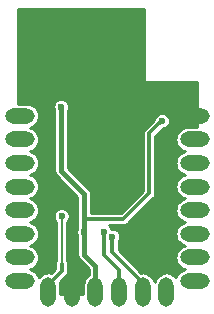
<source format=gbr>
%TF.GenerationSoftware,KiCad,Pcbnew,(5.1.6)-1*%
%TF.CreationDate,2021-01-29T18:20:15+05:30*%
%TF.ProjectId,Bluetooth_Module,426c7565-746f-46f7-9468-5f4d6f64756c,rev?*%
%TF.SameCoordinates,Original*%
%TF.FileFunction,Copper,L2,Bot*%
%TF.FilePolarity,Positive*%
%FSLAX46Y46*%
G04 Gerber Fmt 4.6, Leading zero omitted, Abs format (unit mm)*
G04 Created by KiCad (PCBNEW (5.1.6)-1) date 2021-01-29 18:20:15*
%MOMM*%
%LPD*%
G01*
G04 APERTURE LIST*
%TA.AperFunction,SMDPad,CuDef*%
%ADD10O,2.500000X1.300000*%
%TD*%
%TA.AperFunction,ComponentPad*%
%ADD11C,1.300000*%
%TD*%
%TA.AperFunction,SMDPad,CuDef*%
%ADD12O,1.300000X2.500000*%
%TD*%
%TA.AperFunction,ViaPad*%
%ADD13C,0.600000*%
%TD*%
%TA.AperFunction,Conductor*%
%ADD14C,0.400000*%
%TD*%
%TA.AperFunction,Conductor*%
%ADD15C,0.300000*%
%TD*%
%TA.AperFunction,Conductor*%
%ADD16C,0.200000*%
%TD*%
%TA.AperFunction,Conductor*%
%ADD17C,0.254000*%
%TD*%
G04 APERTURE END LIST*
D10*
%TO.P,J12,1*%
%TO.N,PB00*%
X100600000Y-86500000D03*
D11*
X100000000Y-86500000D03*
%TD*%
D12*
%TO.P,J1,1*%
%TO.N,PA06*%
X103000000Y-99400000D03*
D11*
X103000000Y-100000000D03*
%TD*%
D10*
%TO.P,J2,1*%
%TO.N,PA05*%
X100600000Y-98500000D03*
D11*
X100000000Y-98500000D03*
%TD*%
D10*
%TO.P,J3,1*%
%TO.N,PA04*%
X100600000Y-96500000D03*
D11*
X100000000Y-96500000D03*
%TD*%
D10*
%TO.P,J4,1*%
%TO.N,PA03*%
X100600000Y-94500000D03*
D11*
X100000000Y-94500000D03*
%TD*%
D10*
%TO.P,J5,1*%
%TO.N,PA02*%
X100600000Y-92500000D03*
D11*
X100000000Y-92500000D03*
%TD*%
D10*
%TO.P,J6,1*%
%TO.N,PA01*%
X100600000Y-90500000D03*
D11*
X100000000Y-90500000D03*
%TD*%
D10*
%TO.P,J7,1*%
%TO.N,PA00*%
X100600000Y-88500000D03*
D11*
X100000000Y-88500000D03*
%TD*%
D12*
%TO.P,J8,1*%
%TO.N,+3V3*%
X107000000Y-99400000D03*
D11*
X107000000Y-100000000D03*
%TD*%
D12*
%TO.P,J9,1*%
%TO.N,PD02*%
X113000000Y-99400000D03*
D11*
X113000000Y-100000000D03*
%TD*%
D12*
%TO.P,J10,1*%
%TO.N,PD03*%
X111000000Y-99400000D03*
D11*
X111000000Y-100000000D03*
%TD*%
D12*
%TO.P,J11,1*%
%TO.N,PD04*%
X109000000Y-99400000D03*
D11*
X109000000Y-100000000D03*
%TD*%
D10*
%TO.P,J14,1*%
%TO.N,GND*%
X115400000Y-84500000D03*
D11*
X116000000Y-84500000D03*
%TD*%
D10*
%TO.P,J15,1*%
%TO.N,PC05*%
X115400000Y-88500000D03*
D11*
X116000000Y-88500000D03*
%TD*%
D10*
%TO.P,J16,1*%
%TO.N,PC04*%
X115400000Y-90500000D03*
D11*
X116000000Y-90500000D03*
%TD*%
D10*
%TO.P,J17,1*%
%TO.N,PC03*%
X115400000Y-92500000D03*
D11*
X116000000Y-92500000D03*
%TD*%
D10*
%TO.P,J18,1*%
%TO.N,PC02*%
X115400000Y-94500000D03*
D11*
X116000000Y-94500000D03*
%TD*%
D10*
%TO.P,J19,1*%
%TO.N,PC01*%
X115400000Y-96500000D03*
D11*
X116000000Y-96500000D03*
%TD*%
D10*
%TO.P,J20,1*%
%TO.N,PC00*%
X115400000Y-98500000D03*
D11*
X116000000Y-98500000D03*
%TD*%
D10*
%TO.P,J21,1*%
%TO.N,RST*%
X115400000Y-86500000D03*
D11*
X116000000Y-86500000D03*
%TD*%
D12*
%TO.P,J22,1*%
%TO.N,GND*%
X105000000Y-99400000D03*
D11*
X105000000Y-100000000D03*
%TD*%
D10*
%TO.P,J13,1*%
%TO.N,PB01*%
X100600000Y-84500000D03*
D11*
X100000000Y-84500000D03*
%TD*%
D13*
%TO.N,GND*%
X107600000Y-90550000D03*
X110700000Y-88150000D03*
X113200000Y-89550000D03*
X108500000Y-89650000D03*
X106625000Y-89650000D03*
X106900000Y-80000000D03*
X106900000Y-81270000D03*
X106900000Y-82540000D03*
X106900000Y-85080000D03*
X108800000Y-82000000D03*
X108800000Y-83270000D03*
X108800000Y-84540000D03*
X106000000Y-79250000D03*
X104850000Y-78900000D03*
X104800000Y-77150000D03*
X106300000Y-77400000D03*
X108800000Y-77500000D03*
X109950000Y-77150000D03*
X109950000Y-79050000D03*
X108750000Y-80000000D03*
X104000000Y-79950000D03*
X104050000Y-75850000D03*
X114020000Y-81950000D03*
X115290000Y-81949999D03*
X112690000Y-81949999D03*
X110749999Y-79910000D03*
X110750000Y-81180000D03*
X105320000Y-75850000D03*
X106590000Y-75850000D03*
X107860000Y-75850000D03*
X109130000Y-75850000D03*
X110400000Y-75850000D03*
X105050006Y-82700000D03*
X103500000Y-96075000D03*
X110225000Y-96300000D03*
X110950000Y-97225000D03*
X106000000Y-98175000D03*
%TO.N,+3V3*%
X106050000Y-94350000D03*
X104100000Y-83725000D03*
X112625000Y-84925000D03*
%TO.N,PA06*%
X104125010Y-93000000D03*
%TO.N,PD03*%
X108425000Y-94725000D03*
%TO.N,PD04*%
X107700000Y-94300000D03*
%TD*%
D14*
%TO.N,+3V3*%
X106050000Y-94350000D02*
X106050000Y-93250000D01*
D15*
X112325001Y-85224999D02*
X112625000Y-84925000D01*
X111550000Y-86000000D02*
X112325001Y-85224999D01*
X111550000Y-91050000D02*
X111550000Y-86000000D01*
X106050000Y-93250000D02*
X109350000Y-93250000D01*
X109350000Y-93250000D02*
X111550000Y-91050000D01*
D14*
X106050000Y-94350000D02*
X106050000Y-96275000D01*
X107000000Y-97225000D02*
X107000000Y-99400000D01*
X106050000Y-96275000D02*
X107000000Y-97225000D01*
X104100000Y-84149264D02*
X104100000Y-83725000D01*
X104100000Y-89150000D02*
X104100000Y-84149264D01*
X106050000Y-93250000D02*
X106050000Y-91100000D01*
X106050000Y-91100000D02*
X104100000Y-89150000D01*
D15*
%TO.N,PA06*%
X103000000Y-98800000D02*
X103000000Y-99400000D01*
X104125010Y-97024990D02*
X104125010Y-97674990D01*
X104125010Y-97674990D02*
X103000000Y-98800000D01*
D16*
X104125010Y-97024990D02*
X104125010Y-93000000D01*
D15*
%TO.N,PD03*%
X108425000Y-94725000D02*
X108425000Y-96075000D01*
X111000000Y-98650000D02*
X111000000Y-99400000D01*
X108425000Y-96075000D02*
X111000000Y-98650000D01*
%TO.N,PD04*%
X107700000Y-94300000D02*
X107700000Y-96250000D01*
X109000000Y-97550000D02*
X109000000Y-99400000D01*
X107700000Y-96250000D02*
X109000000Y-97550000D01*
%TO.N,PB01*%
X100600000Y-84500000D02*
X100410010Y-84500000D01*
%TD*%
D17*
%TO.N,GND*%
G36*
X111073000Y-81500000D02*
G01*
X111075440Y-81524776D01*
X111082667Y-81548601D01*
X111094403Y-81570557D01*
X111110197Y-81589803D01*
X111129443Y-81605597D01*
X111151399Y-81617333D01*
X111175224Y-81624560D01*
X111200000Y-81627000D01*
X115563000Y-81627000D01*
X115563000Y-85473000D01*
X114749549Y-85473000D01*
X114598673Y-85487860D01*
X114405083Y-85546585D01*
X114226669Y-85641949D01*
X114070288Y-85770288D01*
X113941949Y-85926669D01*
X113846585Y-86105083D01*
X113787860Y-86298673D01*
X113768031Y-86500000D01*
X113787860Y-86701327D01*
X113846585Y-86894917D01*
X113941949Y-87073331D01*
X114070288Y-87229712D01*
X114226669Y-87358051D01*
X114405083Y-87453415D01*
X114558653Y-87500000D01*
X114405083Y-87546585D01*
X114226669Y-87641949D01*
X114070288Y-87770288D01*
X113941949Y-87926669D01*
X113846585Y-88105083D01*
X113787860Y-88298673D01*
X113768031Y-88500000D01*
X113787860Y-88701327D01*
X113846585Y-88894917D01*
X113941949Y-89073331D01*
X114070288Y-89229712D01*
X114226669Y-89358051D01*
X114405083Y-89453415D01*
X114558653Y-89500000D01*
X114405083Y-89546585D01*
X114226669Y-89641949D01*
X114070288Y-89770288D01*
X113941949Y-89926669D01*
X113846585Y-90105083D01*
X113787860Y-90298673D01*
X113768031Y-90500000D01*
X113787860Y-90701327D01*
X113846585Y-90894917D01*
X113941949Y-91073331D01*
X114070288Y-91229712D01*
X114226669Y-91358051D01*
X114405083Y-91453415D01*
X114558653Y-91500000D01*
X114405083Y-91546585D01*
X114226669Y-91641949D01*
X114070288Y-91770288D01*
X113941949Y-91926669D01*
X113846585Y-92105083D01*
X113787860Y-92298673D01*
X113768031Y-92500000D01*
X113787860Y-92701327D01*
X113846585Y-92894917D01*
X113941949Y-93073331D01*
X114070288Y-93229712D01*
X114226669Y-93358051D01*
X114405083Y-93453415D01*
X114558653Y-93500000D01*
X114405083Y-93546585D01*
X114226669Y-93641949D01*
X114070288Y-93770288D01*
X113941949Y-93926669D01*
X113846585Y-94105083D01*
X113787860Y-94298673D01*
X113768031Y-94500000D01*
X113787860Y-94701327D01*
X113846585Y-94894917D01*
X113941949Y-95073331D01*
X114070288Y-95229712D01*
X114226669Y-95358051D01*
X114405083Y-95453415D01*
X114558653Y-95500000D01*
X114405083Y-95546585D01*
X114226669Y-95641949D01*
X114070288Y-95770288D01*
X113941949Y-95926669D01*
X113846585Y-96105083D01*
X113787860Y-96298673D01*
X113768031Y-96500000D01*
X113787860Y-96701327D01*
X113846585Y-96894917D01*
X113941949Y-97073331D01*
X114070288Y-97229712D01*
X114226669Y-97358051D01*
X114405083Y-97453415D01*
X114558653Y-97500000D01*
X114405083Y-97546585D01*
X114226669Y-97641949D01*
X114070288Y-97770288D01*
X113941949Y-97926669D01*
X113846585Y-98105083D01*
X113822750Y-98183655D01*
X113729712Y-98070288D01*
X113573331Y-97941949D01*
X113394917Y-97846585D01*
X113201327Y-97787860D01*
X113000000Y-97768031D01*
X112798674Y-97787860D01*
X112605084Y-97846585D01*
X112426670Y-97941949D01*
X112270289Y-98070288D01*
X112141950Y-98226669D01*
X112046586Y-98405083D01*
X112000001Y-98558655D01*
X111953415Y-98405083D01*
X111858051Y-98226669D01*
X111729712Y-98070288D01*
X111573331Y-97941949D01*
X111394917Y-97846585D01*
X111201327Y-97787860D01*
X111000000Y-97768031D01*
X110875576Y-97780286D01*
X108952000Y-95856711D01*
X108952000Y-95154857D01*
X109024950Y-95045680D01*
X109075984Y-94922474D01*
X109102000Y-94791679D01*
X109102000Y-94658321D01*
X109075984Y-94527526D01*
X109024950Y-94404320D01*
X108950860Y-94293437D01*
X108856563Y-94199140D01*
X108745680Y-94125050D01*
X108622474Y-94074016D01*
X108491679Y-94048000D01*
X108358321Y-94048000D01*
X108330676Y-94053499D01*
X108299950Y-93979320D01*
X108225860Y-93868437D01*
X108134423Y-93777000D01*
X109324119Y-93777000D01*
X109350000Y-93779549D01*
X109375881Y-93777000D01*
X109453310Y-93769374D01*
X109552650Y-93739239D01*
X109644202Y-93690304D01*
X109724448Y-93624448D01*
X109740955Y-93604334D01*
X111904344Y-91440946D01*
X111924448Y-91424448D01*
X111990304Y-91344202D01*
X112039239Y-91252650D01*
X112069374Y-91153310D01*
X112077000Y-91075881D01*
X112077000Y-91075880D01*
X112079549Y-91050000D01*
X112077000Y-91024119D01*
X112077000Y-86218289D01*
X112693690Y-85601600D01*
X112822474Y-85575984D01*
X112945680Y-85524950D01*
X113056563Y-85450860D01*
X113150860Y-85356563D01*
X113224950Y-85245680D01*
X113275984Y-85122474D01*
X113302000Y-84991679D01*
X113302000Y-84858321D01*
X113275984Y-84727526D01*
X113224950Y-84604320D01*
X113150860Y-84493437D01*
X113056563Y-84399140D01*
X112945680Y-84325050D01*
X112822474Y-84274016D01*
X112691679Y-84248000D01*
X112558321Y-84248000D01*
X112427526Y-84274016D01*
X112304320Y-84325050D01*
X112193437Y-84399140D01*
X112099140Y-84493437D01*
X112025050Y-84604320D01*
X111974016Y-84727526D01*
X111948400Y-84856310D01*
X111195662Y-85609049D01*
X111175553Y-85625552D01*
X111118061Y-85695606D01*
X111109696Y-85705799D01*
X111060761Y-85797351D01*
X111030626Y-85896691D01*
X111020451Y-86000000D01*
X111023001Y-86025891D01*
X111023000Y-90831709D01*
X109131711Y-92723000D01*
X106627000Y-92723000D01*
X106627000Y-91128328D01*
X106629790Y-91099999D01*
X106627000Y-91071670D01*
X106627000Y-91071664D01*
X106618650Y-90986888D01*
X106585657Y-90878124D01*
X106532079Y-90777885D01*
X106459974Y-90690026D01*
X106437962Y-90671961D01*
X104677000Y-88910999D01*
X104677000Y-84080027D01*
X104699950Y-84045680D01*
X104750984Y-83922474D01*
X104777000Y-83791679D01*
X104777000Y-83658321D01*
X104750984Y-83527526D01*
X104699950Y-83404320D01*
X104625860Y-83293437D01*
X104531563Y-83199140D01*
X104420680Y-83125050D01*
X104297474Y-83074016D01*
X104166679Y-83048000D01*
X104033321Y-83048000D01*
X103902526Y-83074016D01*
X103779320Y-83125050D01*
X103668437Y-83199140D01*
X103574140Y-83293437D01*
X103500050Y-83404320D01*
X103449016Y-83527526D01*
X103423000Y-83658321D01*
X103423000Y-83791679D01*
X103449016Y-83922474D01*
X103500050Y-84045680D01*
X103523000Y-84080027D01*
X103523000Y-84177599D01*
X103523001Y-84177609D01*
X103523000Y-89121669D01*
X103520210Y-89150000D01*
X103531349Y-89263111D01*
X103541849Y-89297723D01*
X103564343Y-89371875D01*
X103617921Y-89472114D01*
X103690026Y-89559974D01*
X103712038Y-89578039D01*
X105473001Y-91339002D01*
X105473000Y-93278335D01*
X105473001Y-93278345D01*
X105473000Y-93994973D01*
X105450050Y-94029320D01*
X105399016Y-94152526D01*
X105373000Y-94283321D01*
X105373000Y-94416679D01*
X105399016Y-94547474D01*
X105450050Y-94670680D01*
X105473000Y-94705027D01*
X105473001Y-96246659D01*
X105470210Y-96275000D01*
X105481349Y-96388111D01*
X105500928Y-96452650D01*
X105514344Y-96496876D01*
X105567922Y-96597115D01*
X105590354Y-96624448D01*
X105621963Y-96662964D01*
X105621966Y-96662967D01*
X105640027Y-96684974D01*
X105662034Y-96703035D01*
X106423000Y-97464001D01*
X106423000Y-97944961D01*
X106270289Y-98070288D01*
X106141950Y-98226669D01*
X106046586Y-98405083D01*
X105987861Y-98598673D01*
X105973001Y-98749549D01*
X105973000Y-99563000D01*
X104027000Y-99563000D01*
X104027000Y-98749549D01*
X104012140Y-98598673D01*
X103996890Y-98548400D01*
X104479349Y-98065941D01*
X104499458Y-98049438D01*
X104565314Y-97969192D01*
X104614249Y-97877640D01*
X104644384Y-97778300D01*
X104652010Y-97700871D01*
X104652010Y-97700869D01*
X104654559Y-97674991D01*
X104652010Y-97649113D01*
X104652010Y-96999109D01*
X104644384Y-96921680D01*
X104614249Y-96822340D01*
X104602010Y-96799442D01*
X104602010Y-93480423D01*
X104650870Y-93431563D01*
X104724960Y-93320680D01*
X104775994Y-93197474D01*
X104802010Y-93066679D01*
X104802010Y-92933321D01*
X104775994Y-92802526D01*
X104724960Y-92679320D01*
X104650870Y-92568437D01*
X104556573Y-92474140D01*
X104445690Y-92400050D01*
X104322484Y-92349016D01*
X104191689Y-92323000D01*
X104058331Y-92323000D01*
X103927536Y-92349016D01*
X103804330Y-92400050D01*
X103693447Y-92474140D01*
X103599150Y-92568437D01*
X103525060Y-92679320D01*
X103474026Y-92802526D01*
X103448010Y-92933321D01*
X103448010Y-93066679D01*
X103474026Y-93197474D01*
X103525060Y-93320680D01*
X103599150Y-93431563D01*
X103648011Y-93480424D01*
X103648010Y-96799443D01*
X103635771Y-96822341D01*
X103605636Y-96921681D01*
X103598010Y-96999110D01*
X103598010Y-97456700D01*
X103251600Y-97803110D01*
X103201327Y-97787860D01*
X103000000Y-97768031D01*
X102798674Y-97787860D01*
X102605084Y-97846585D01*
X102426670Y-97941949D01*
X102270289Y-98070288D01*
X102177250Y-98183656D01*
X102153415Y-98105083D01*
X102058051Y-97926669D01*
X101929712Y-97770288D01*
X101773331Y-97641949D01*
X101594917Y-97546585D01*
X101441347Y-97500000D01*
X101594917Y-97453415D01*
X101773331Y-97358051D01*
X101929712Y-97229712D01*
X102058051Y-97073331D01*
X102153415Y-96894917D01*
X102212140Y-96701327D01*
X102231969Y-96500000D01*
X102212140Y-96298673D01*
X102153415Y-96105083D01*
X102058051Y-95926669D01*
X101929712Y-95770288D01*
X101773331Y-95641949D01*
X101594917Y-95546585D01*
X101441347Y-95500000D01*
X101594917Y-95453415D01*
X101773331Y-95358051D01*
X101929712Y-95229712D01*
X102058051Y-95073331D01*
X102153415Y-94894917D01*
X102212140Y-94701327D01*
X102231969Y-94500000D01*
X102212140Y-94298673D01*
X102153415Y-94105083D01*
X102058051Y-93926669D01*
X101929712Y-93770288D01*
X101773331Y-93641949D01*
X101594917Y-93546585D01*
X101441347Y-93500000D01*
X101594917Y-93453415D01*
X101773331Y-93358051D01*
X101929712Y-93229712D01*
X102058051Y-93073331D01*
X102153415Y-92894917D01*
X102212140Y-92701327D01*
X102231969Y-92500000D01*
X102212140Y-92298673D01*
X102153415Y-92105083D01*
X102058051Y-91926669D01*
X101929712Y-91770288D01*
X101773331Y-91641949D01*
X101594917Y-91546585D01*
X101441347Y-91500000D01*
X101594917Y-91453415D01*
X101773331Y-91358051D01*
X101929712Y-91229712D01*
X102058051Y-91073331D01*
X102153415Y-90894917D01*
X102212140Y-90701327D01*
X102231969Y-90500000D01*
X102212140Y-90298673D01*
X102153415Y-90105083D01*
X102058051Y-89926669D01*
X101929712Y-89770288D01*
X101773331Y-89641949D01*
X101594917Y-89546585D01*
X101441347Y-89500000D01*
X101594917Y-89453415D01*
X101773331Y-89358051D01*
X101929712Y-89229712D01*
X102058051Y-89073331D01*
X102153415Y-88894917D01*
X102212140Y-88701327D01*
X102231969Y-88500000D01*
X102212140Y-88298673D01*
X102153415Y-88105083D01*
X102058051Y-87926669D01*
X101929712Y-87770288D01*
X101773331Y-87641949D01*
X101594917Y-87546585D01*
X101441347Y-87500000D01*
X101594917Y-87453415D01*
X101773331Y-87358051D01*
X101929712Y-87229712D01*
X102058051Y-87073331D01*
X102153415Y-86894917D01*
X102212140Y-86701327D01*
X102231969Y-86500000D01*
X102212140Y-86298673D01*
X102153415Y-86105083D01*
X102058051Y-85926669D01*
X101929712Y-85770288D01*
X101773331Y-85641949D01*
X101594917Y-85546585D01*
X101441347Y-85500000D01*
X101594917Y-85453415D01*
X101773331Y-85358051D01*
X101929712Y-85229712D01*
X102058051Y-85073331D01*
X102153415Y-84894917D01*
X102212140Y-84701327D01*
X102231969Y-84500000D01*
X102212140Y-84298673D01*
X102153415Y-84105083D01*
X102058051Y-83926669D01*
X101929712Y-83770288D01*
X101773331Y-83641949D01*
X101594917Y-83546585D01*
X101401327Y-83487860D01*
X101250451Y-83473000D01*
X100437000Y-83473000D01*
X100437000Y-75437000D01*
X111073000Y-75437000D01*
X111073000Y-81500000D01*
G37*
X111073000Y-81500000D02*
X111075440Y-81524776D01*
X111082667Y-81548601D01*
X111094403Y-81570557D01*
X111110197Y-81589803D01*
X111129443Y-81605597D01*
X111151399Y-81617333D01*
X111175224Y-81624560D01*
X111200000Y-81627000D01*
X115563000Y-81627000D01*
X115563000Y-85473000D01*
X114749549Y-85473000D01*
X114598673Y-85487860D01*
X114405083Y-85546585D01*
X114226669Y-85641949D01*
X114070288Y-85770288D01*
X113941949Y-85926669D01*
X113846585Y-86105083D01*
X113787860Y-86298673D01*
X113768031Y-86500000D01*
X113787860Y-86701327D01*
X113846585Y-86894917D01*
X113941949Y-87073331D01*
X114070288Y-87229712D01*
X114226669Y-87358051D01*
X114405083Y-87453415D01*
X114558653Y-87500000D01*
X114405083Y-87546585D01*
X114226669Y-87641949D01*
X114070288Y-87770288D01*
X113941949Y-87926669D01*
X113846585Y-88105083D01*
X113787860Y-88298673D01*
X113768031Y-88500000D01*
X113787860Y-88701327D01*
X113846585Y-88894917D01*
X113941949Y-89073331D01*
X114070288Y-89229712D01*
X114226669Y-89358051D01*
X114405083Y-89453415D01*
X114558653Y-89500000D01*
X114405083Y-89546585D01*
X114226669Y-89641949D01*
X114070288Y-89770288D01*
X113941949Y-89926669D01*
X113846585Y-90105083D01*
X113787860Y-90298673D01*
X113768031Y-90500000D01*
X113787860Y-90701327D01*
X113846585Y-90894917D01*
X113941949Y-91073331D01*
X114070288Y-91229712D01*
X114226669Y-91358051D01*
X114405083Y-91453415D01*
X114558653Y-91500000D01*
X114405083Y-91546585D01*
X114226669Y-91641949D01*
X114070288Y-91770288D01*
X113941949Y-91926669D01*
X113846585Y-92105083D01*
X113787860Y-92298673D01*
X113768031Y-92500000D01*
X113787860Y-92701327D01*
X113846585Y-92894917D01*
X113941949Y-93073331D01*
X114070288Y-93229712D01*
X114226669Y-93358051D01*
X114405083Y-93453415D01*
X114558653Y-93500000D01*
X114405083Y-93546585D01*
X114226669Y-93641949D01*
X114070288Y-93770288D01*
X113941949Y-93926669D01*
X113846585Y-94105083D01*
X113787860Y-94298673D01*
X113768031Y-94500000D01*
X113787860Y-94701327D01*
X113846585Y-94894917D01*
X113941949Y-95073331D01*
X114070288Y-95229712D01*
X114226669Y-95358051D01*
X114405083Y-95453415D01*
X114558653Y-95500000D01*
X114405083Y-95546585D01*
X114226669Y-95641949D01*
X114070288Y-95770288D01*
X113941949Y-95926669D01*
X113846585Y-96105083D01*
X113787860Y-96298673D01*
X113768031Y-96500000D01*
X113787860Y-96701327D01*
X113846585Y-96894917D01*
X113941949Y-97073331D01*
X114070288Y-97229712D01*
X114226669Y-97358051D01*
X114405083Y-97453415D01*
X114558653Y-97500000D01*
X114405083Y-97546585D01*
X114226669Y-97641949D01*
X114070288Y-97770288D01*
X113941949Y-97926669D01*
X113846585Y-98105083D01*
X113822750Y-98183655D01*
X113729712Y-98070288D01*
X113573331Y-97941949D01*
X113394917Y-97846585D01*
X113201327Y-97787860D01*
X113000000Y-97768031D01*
X112798674Y-97787860D01*
X112605084Y-97846585D01*
X112426670Y-97941949D01*
X112270289Y-98070288D01*
X112141950Y-98226669D01*
X112046586Y-98405083D01*
X112000001Y-98558655D01*
X111953415Y-98405083D01*
X111858051Y-98226669D01*
X111729712Y-98070288D01*
X111573331Y-97941949D01*
X111394917Y-97846585D01*
X111201327Y-97787860D01*
X111000000Y-97768031D01*
X110875576Y-97780286D01*
X108952000Y-95856711D01*
X108952000Y-95154857D01*
X109024950Y-95045680D01*
X109075984Y-94922474D01*
X109102000Y-94791679D01*
X109102000Y-94658321D01*
X109075984Y-94527526D01*
X109024950Y-94404320D01*
X108950860Y-94293437D01*
X108856563Y-94199140D01*
X108745680Y-94125050D01*
X108622474Y-94074016D01*
X108491679Y-94048000D01*
X108358321Y-94048000D01*
X108330676Y-94053499D01*
X108299950Y-93979320D01*
X108225860Y-93868437D01*
X108134423Y-93777000D01*
X109324119Y-93777000D01*
X109350000Y-93779549D01*
X109375881Y-93777000D01*
X109453310Y-93769374D01*
X109552650Y-93739239D01*
X109644202Y-93690304D01*
X109724448Y-93624448D01*
X109740955Y-93604334D01*
X111904344Y-91440946D01*
X111924448Y-91424448D01*
X111990304Y-91344202D01*
X112039239Y-91252650D01*
X112069374Y-91153310D01*
X112077000Y-91075881D01*
X112077000Y-91075880D01*
X112079549Y-91050000D01*
X112077000Y-91024119D01*
X112077000Y-86218289D01*
X112693690Y-85601600D01*
X112822474Y-85575984D01*
X112945680Y-85524950D01*
X113056563Y-85450860D01*
X113150860Y-85356563D01*
X113224950Y-85245680D01*
X113275984Y-85122474D01*
X113302000Y-84991679D01*
X113302000Y-84858321D01*
X113275984Y-84727526D01*
X113224950Y-84604320D01*
X113150860Y-84493437D01*
X113056563Y-84399140D01*
X112945680Y-84325050D01*
X112822474Y-84274016D01*
X112691679Y-84248000D01*
X112558321Y-84248000D01*
X112427526Y-84274016D01*
X112304320Y-84325050D01*
X112193437Y-84399140D01*
X112099140Y-84493437D01*
X112025050Y-84604320D01*
X111974016Y-84727526D01*
X111948400Y-84856310D01*
X111195662Y-85609049D01*
X111175553Y-85625552D01*
X111118061Y-85695606D01*
X111109696Y-85705799D01*
X111060761Y-85797351D01*
X111030626Y-85896691D01*
X111020451Y-86000000D01*
X111023001Y-86025891D01*
X111023000Y-90831709D01*
X109131711Y-92723000D01*
X106627000Y-92723000D01*
X106627000Y-91128328D01*
X106629790Y-91099999D01*
X106627000Y-91071670D01*
X106627000Y-91071664D01*
X106618650Y-90986888D01*
X106585657Y-90878124D01*
X106532079Y-90777885D01*
X106459974Y-90690026D01*
X106437962Y-90671961D01*
X104677000Y-88910999D01*
X104677000Y-84080027D01*
X104699950Y-84045680D01*
X104750984Y-83922474D01*
X104777000Y-83791679D01*
X104777000Y-83658321D01*
X104750984Y-83527526D01*
X104699950Y-83404320D01*
X104625860Y-83293437D01*
X104531563Y-83199140D01*
X104420680Y-83125050D01*
X104297474Y-83074016D01*
X104166679Y-83048000D01*
X104033321Y-83048000D01*
X103902526Y-83074016D01*
X103779320Y-83125050D01*
X103668437Y-83199140D01*
X103574140Y-83293437D01*
X103500050Y-83404320D01*
X103449016Y-83527526D01*
X103423000Y-83658321D01*
X103423000Y-83791679D01*
X103449016Y-83922474D01*
X103500050Y-84045680D01*
X103523000Y-84080027D01*
X103523000Y-84177599D01*
X103523001Y-84177609D01*
X103523000Y-89121669D01*
X103520210Y-89150000D01*
X103531349Y-89263111D01*
X103541849Y-89297723D01*
X103564343Y-89371875D01*
X103617921Y-89472114D01*
X103690026Y-89559974D01*
X103712038Y-89578039D01*
X105473001Y-91339002D01*
X105473000Y-93278335D01*
X105473001Y-93278345D01*
X105473000Y-93994973D01*
X105450050Y-94029320D01*
X105399016Y-94152526D01*
X105373000Y-94283321D01*
X105373000Y-94416679D01*
X105399016Y-94547474D01*
X105450050Y-94670680D01*
X105473000Y-94705027D01*
X105473001Y-96246659D01*
X105470210Y-96275000D01*
X105481349Y-96388111D01*
X105500928Y-96452650D01*
X105514344Y-96496876D01*
X105567922Y-96597115D01*
X105590354Y-96624448D01*
X105621963Y-96662964D01*
X105621966Y-96662967D01*
X105640027Y-96684974D01*
X105662034Y-96703035D01*
X106423000Y-97464001D01*
X106423000Y-97944961D01*
X106270289Y-98070288D01*
X106141950Y-98226669D01*
X106046586Y-98405083D01*
X105987861Y-98598673D01*
X105973001Y-98749549D01*
X105973000Y-99563000D01*
X104027000Y-99563000D01*
X104027000Y-98749549D01*
X104012140Y-98598673D01*
X103996890Y-98548400D01*
X104479349Y-98065941D01*
X104499458Y-98049438D01*
X104565314Y-97969192D01*
X104614249Y-97877640D01*
X104644384Y-97778300D01*
X104652010Y-97700871D01*
X104652010Y-97700869D01*
X104654559Y-97674991D01*
X104652010Y-97649113D01*
X104652010Y-96999109D01*
X104644384Y-96921680D01*
X104614249Y-96822340D01*
X104602010Y-96799442D01*
X104602010Y-93480423D01*
X104650870Y-93431563D01*
X104724960Y-93320680D01*
X104775994Y-93197474D01*
X104802010Y-93066679D01*
X104802010Y-92933321D01*
X104775994Y-92802526D01*
X104724960Y-92679320D01*
X104650870Y-92568437D01*
X104556573Y-92474140D01*
X104445690Y-92400050D01*
X104322484Y-92349016D01*
X104191689Y-92323000D01*
X104058331Y-92323000D01*
X103927536Y-92349016D01*
X103804330Y-92400050D01*
X103693447Y-92474140D01*
X103599150Y-92568437D01*
X103525060Y-92679320D01*
X103474026Y-92802526D01*
X103448010Y-92933321D01*
X103448010Y-93066679D01*
X103474026Y-93197474D01*
X103525060Y-93320680D01*
X103599150Y-93431563D01*
X103648011Y-93480424D01*
X103648010Y-96799443D01*
X103635771Y-96822341D01*
X103605636Y-96921681D01*
X103598010Y-96999110D01*
X103598010Y-97456700D01*
X103251600Y-97803110D01*
X103201327Y-97787860D01*
X103000000Y-97768031D01*
X102798674Y-97787860D01*
X102605084Y-97846585D01*
X102426670Y-97941949D01*
X102270289Y-98070288D01*
X102177250Y-98183656D01*
X102153415Y-98105083D01*
X102058051Y-97926669D01*
X101929712Y-97770288D01*
X101773331Y-97641949D01*
X101594917Y-97546585D01*
X101441347Y-97500000D01*
X101594917Y-97453415D01*
X101773331Y-97358051D01*
X101929712Y-97229712D01*
X102058051Y-97073331D01*
X102153415Y-96894917D01*
X102212140Y-96701327D01*
X102231969Y-96500000D01*
X102212140Y-96298673D01*
X102153415Y-96105083D01*
X102058051Y-95926669D01*
X101929712Y-95770288D01*
X101773331Y-95641949D01*
X101594917Y-95546585D01*
X101441347Y-95500000D01*
X101594917Y-95453415D01*
X101773331Y-95358051D01*
X101929712Y-95229712D01*
X102058051Y-95073331D01*
X102153415Y-94894917D01*
X102212140Y-94701327D01*
X102231969Y-94500000D01*
X102212140Y-94298673D01*
X102153415Y-94105083D01*
X102058051Y-93926669D01*
X101929712Y-93770288D01*
X101773331Y-93641949D01*
X101594917Y-93546585D01*
X101441347Y-93500000D01*
X101594917Y-93453415D01*
X101773331Y-93358051D01*
X101929712Y-93229712D01*
X102058051Y-93073331D01*
X102153415Y-92894917D01*
X102212140Y-92701327D01*
X102231969Y-92500000D01*
X102212140Y-92298673D01*
X102153415Y-92105083D01*
X102058051Y-91926669D01*
X101929712Y-91770288D01*
X101773331Y-91641949D01*
X101594917Y-91546585D01*
X101441347Y-91500000D01*
X101594917Y-91453415D01*
X101773331Y-91358051D01*
X101929712Y-91229712D01*
X102058051Y-91073331D01*
X102153415Y-90894917D01*
X102212140Y-90701327D01*
X102231969Y-90500000D01*
X102212140Y-90298673D01*
X102153415Y-90105083D01*
X102058051Y-89926669D01*
X101929712Y-89770288D01*
X101773331Y-89641949D01*
X101594917Y-89546585D01*
X101441347Y-89500000D01*
X101594917Y-89453415D01*
X101773331Y-89358051D01*
X101929712Y-89229712D01*
X102058051Y-89073331D01*
X102153415Y-88894917D01*
X102212140Y-88701327D01*
X102231969Y-88500000D01*
X102212140Y-88298673D01*
X102153415Y-88105083D01*
X102058051Y-87926669D01*
X101929712Y-87770288D01*
X101773331Y-87641949D01*
X101594917Y-87546585D01*
X101441347Y-87500000D01*
X101594917Y-87453415D01*
X101773331Y-87358051D01*
X101929712Y-87229712D01*
X102058051Y-87073331D01*
X102153415Y-86894917D01*
X102212140Y-86701327D01*
X102231969Y-86500000D01*
X102212140Y-86298673D01*
X102153415Y-86105083D01*
X102058051Y-85926669D01*
X101929712Y-85770288D01*
X101773331Y-85641949D01*
X101594917Y-85546585D01*
X101441347Y-85500000D01*
X101594917Y-85453415D01*
X101773331Y-85358051D01*
X101929712Y-85229712D01*
X102058051Y-85073331D01*
X102153415Y-84894917D01*
X102212140Y-84701327D01*
X102231969Y-84500000D01*
X102212140Y-84298673D01*
X102153415Y-84105083D01*
X102058051Y-83926669D01*
X101929712Y-83770288D01*
X101773331Y-83641949D01*
X101594917Y-83546585D01*
X101401327Y-83487860D01*
X101250451Y-83473000D01*
X100437000Y-83473000D01*
X100437000Y-75437000D01*
X111073000Y-75437000D01*
X111073000Y-81500000D01*
%TD*%
M02*

</source>
